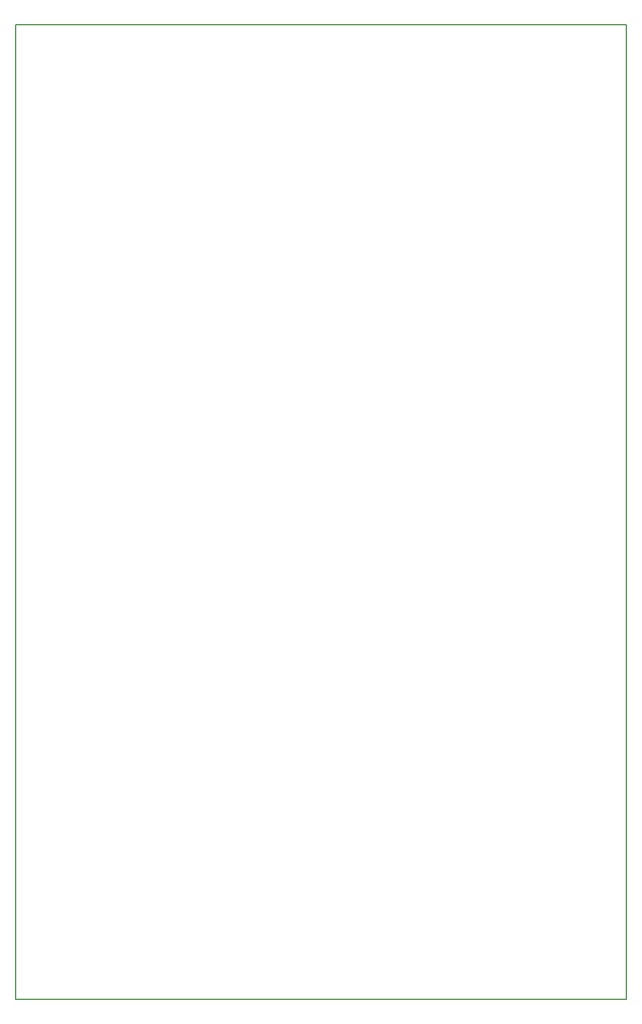
<source format=gbr>
%TF.GenerationSoftware,KiCad,Pcbnew,5.1.6-c6e7f7d~86~ubuntu18.04.1*%
%TF.CreationDate,2020-07-03T15:57:16-03:00*%
%TF.ProjectId,tpfinal_Driver,74706669-6e61-46c5-9f44-72697665722e,rev?*%
%TF.SameCoordinates,Original*%
%TF.FileFunction,Profile,NP*%
%FSLAX46Y46*%
G04 Gerber Fmt 4.6, Leading zero omitted, Abs format (unit mm)*
G04 Created by KiCad (PCBNEW 5.1.6-c6e7f7d~86~ubuntu18.04.1) date 2020-07-03 15:57:16*
%MOMM*%
%LPD*%
G01*
G04 APERTURE LIST*
%TA.AperFunction,Profile*%
%ADD10C,0.150000*%
%TD*%
G04 APERTURE END LIST*
D10*
X136880000Y-169380000D02*
X136880000Y-32380000D01*
X50980000Y-169380000D02*
X136880000Y-169380000D01*
X50980000Y-169380000D02*
X50980000Y-32380000D01*
X50980000Y-32380000D02*
X136880000Y-32380000D01*
M02*

</source>
